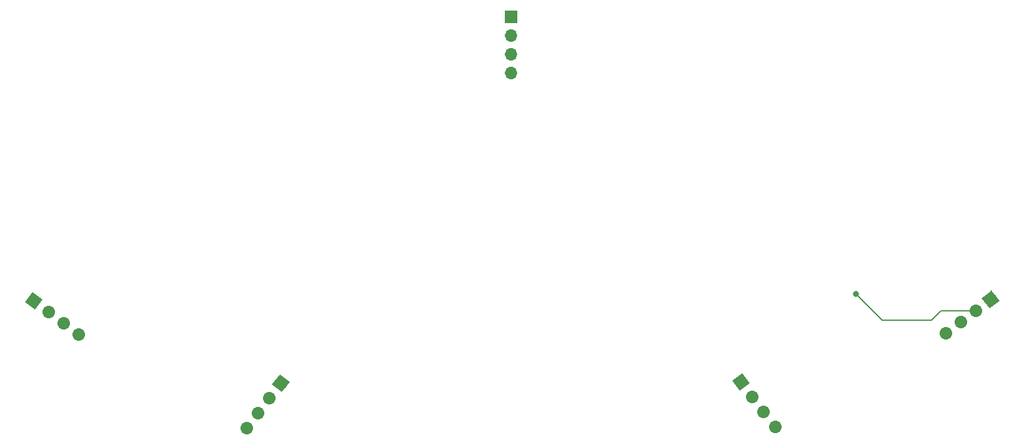
<source format=gbr>
G04 #@! TF.GenerationSoftware,KiCad,Pcbnew,(5.1.4)-1*
G04 #@! TF.CreationDate,2024-04-24T20:57:01-04:00*
G04 #@! TF.ProjectId,ThumbsUp,5468756d-6273-4557-902e-6b696361645f,rev?*
G04 #@! TF.SameCoordinates,Original*
G04 #@! TF.FileFunction,Copper,L1,Top*
G04 #@! TF.FilePolarity,Positive*
%FSLAX46Y46*%
G04 Gerber Fmt 4.6, Leading zero omitted, Abs format (unit mm)*
G04 Created by KiCad (PCBNEW (5.1.4)-1) date 2024-04-24 20:57:01*
%MOMM*%
%LPD*%
G04 APERTURE LIST*
%ADD10C,1.700000*%
%ADD11C,1.700000*%
%ADD12C,0.100000*%
%ADD13R,1.700000X1.700000*%
%ADD14O,1.700000X1.700000*%
%ADD15C,0.800000*%
%ADD16C,0.250000*%
%ADD17C,0.200000*%
%ADD18C,0.254000*%
G04 APERTURE END LIST*
D10*
X93842618Y-11701511D03*
D11*
X93842618Y-11701511D02*
X93842618Y-11701511D01*
D10*
X91814083Y-10172901D03*
D11*
X91814083Y-10172901D02*
X91814083Y-10172901D01*
D10*
X89785549Y-8644291D03*
D11*
X89785549Y-8644291D02*
X89785549Y-8644291D01*
D10*
X87757015Y-7115681D03*
D12*
G36*
X87924312Y-8306064D02*
G01*
X86566632Y-7282978D01*
X87589718Y-5925298D01*
X88947398Y-6948384D01*
X87924312Y-8306064D01*
X87924312Y-8306064D01*
G37*
D10*
X211365141Y-11547906D03*
D11*
X211365141Y-11547906D02*
X211365141Y-11547906D01*
D10*
X213393676Y-10019296D03*
D11*
X213393676Y-10019296D02*
X213393676Y-10019296D01*
D10*
X215422210Y-8490686D03*
D11*
X215422210Y-8490686D02*
X215422210Y-8490686D01*
D10*
X217450744Y-6962076D03*
D12*
G36*
X216260361Y-6794779D02*
G01*
X217618041Y-5771693D01*
X218641127Y-7129373D01*
X217283447Y-8152459D01*
X216260361Y-6794779D01*
X216260361Y-6794779D01*
G37*
D13*
X152508765Y31411751D03*
D14*
X152508765Y28871751D03*
X152508765Y26331751D03*
X152508765Y23791751D03*
D10*
X188243643Y-24212834D03*
D11*
X188243643Y-24212834D02*
X188243643Y-24212834D01*
D10*
X186715033Y-22184299D03*
D11*
X186715033Y-22184299D02*
X186715033Y-22184299D01*
D10*
X185186423Y-20155765D03*
D11*
X185186423Y-20155765D02*
X185186423Y-20155765D01*
D10*
X183657813Y-18127231D03*
D12*
G36*
X183490516Y-19317614D02*
G01*
X182467430Y-17959934D01*
X183825110Y-16936848D01*
X184848196Y-18294528D01*
X183490516Y-19317614D01*
X183490516Y-19317614D01*
G37*
D10*
X116684284Y-24411436D03*
D11*
X116684284Y-24411436D02*
X116684284Y-24411436D01*
D10*
X118212894Y-22382901D03*
D11*
X118212894Y-22382901D02*
X118212894Y-22382901D01*
D10*
X119741504Y-20354367D03*
D11*
X119741504Y-20354367D02*
X119741504Y-20354367D01*
D10*
X121270114Y-18325833D03*
D12*
G36*
X120079731Y-18493130D02*
G01*
X121102817Y-17135450D01*
X122460497Y-18158536D01*
X121437411Y-19516216D01*
X120079731Y-18493130D01*
X120079731Y-18493130D01*
G37*
D15*
X199200000Y-6200000D03*
D16*
X91814083Y-10172901D02*
X91400000Y-9758818D01*
D17*
X202750000Y-9750000D02*
X199200000Y-6200000D01*
X209430000Y-9750000D02*
X202750000Y-9750000D01*
X215422210Y-8490686D02*
X210689314Y-8490686D01*
X210689314Y-8490686D02*
X209430000Y-9750000D01*
D18*
X217450744Y-6962076D02*
X217450744Y-5797761D01*
M02*

</source>
